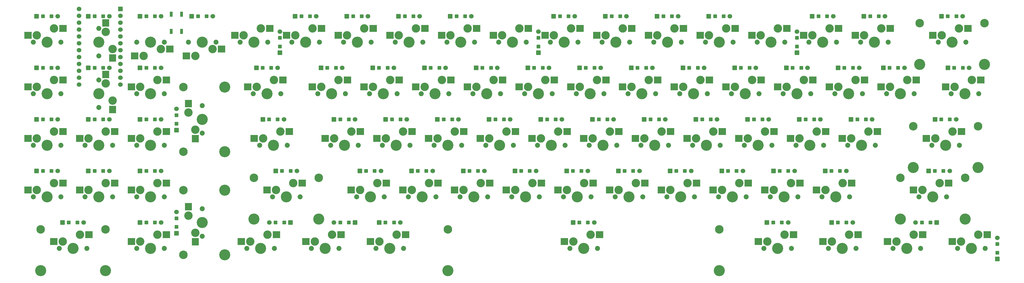
<source format=gbs>
G04 #@! TF.GenerationSoftware,KiCad,Pcbnew,5.99.0-unknown-4f191ce2c7~125~ubuntu18.04.1*
G04 #@! TF.CreationDate,2021-04-25T15:12:41-05:00*
G04 #@! TF.ProjectId,southpawpcb,736f7574-6870-4617-9770-63622e6b6963,rev?*
G04 #@! TF.SameCoordinates,Original*
G04 #@! TF.FileFunction,Soldermask,Bot*
G04 #@! TF.FilePolarity,Negative*
%FSLAX46Y46*%
G04 Gerber Fmt 4.6, Leading zero omitted, Abs format (unit mm)*
G04 Created by KiCad (PCBNEW 5.99.0-unknown-4f191ce2c7~125~ubuntu18.04.1) date 2021-04-25 15:12:41*
%MOMM*%
%LPD*%
G01*
G04 APERTURE LIST*
G04 Aperture macros list*
%AMRoundRect*
0 Rectangle with rounded corners*
0 $1 Rounding radius*
0 $2 $3 $4 $5 $6 $7 $8 $9 X,Y pos of 4 corners*
0 Add a 4 corners polygon primitive as box body*
4,1,4,$2,$3,$4,$5,$6,$7,$8,$9,$2,$3,0*
0 Add four circle primitives for the rounded corners*
1,1,$1+$1,$2,$3*
1,1,$1+$1,$4,$5*
1,1,$1+$1,$6,$7*
1,1,$1+$1,$8,$9*
0 Add four rect primitives between the rounded corners*
20,1,$1+$1,$2,$3,$4,$5,0*
20,1,$1+$1,$4,$5,$6,$7,0*
20,1,$1+$1,$6,$7,$8,$9,0*
20,1,$1+$1,$8,$9,$2,$3,0*%
G04 Aperture macros list end*
%ADD10C,4.087800*%
%ADD11C,3.100000*%
%ADD12C,1.850000*%
%ADD13RoundRect,0.050000X-1.275000X-1.250000X1.275000X-1.250000X1.275000X1.250000X-1.275000X1.250000X0*%
%ADD14C,3.148000*%
%ADD15RoundRect,0.050000X-1.250000X1.275000X-1.250000X-1.275000X1.250000X-1.275000X1.250000X1.275000X0*%
%ADD16RoundRect,0.050000X1.275000X1.250000X-1.275000X1.250000X-1.275000X-1.250000X1.275000X-1.250000X0*%
%ADD17RoundRect,0.050000X1.250000X-1.275000X1.250000X1.275000X-1.250000X1.275000X-1.250000X-1.275000X0*%
%ADD18RoundRect,0.050000X-0.800000X-0.800000X0.800000X-0.800000X0.800000X0.800000X-0.800000X0.800000X0*%
%ADD19RoundRect,0.050000X-0.600000X-0.600000X0.600000X-0.600000X0.600000X0.600000X-0.600000X0.600000X0*%
%ADD20C,1.700000*%
%ADD21RoundRect,0.050000X0.800000X-0.800000X0.800000X0.800000X-0.800000X0.800000X-0.800000X-0.800000X0*%
%ADD22RoundRect,0.050000X0.600000X-0.600000X0.600000X0.600000X-0.600000X0.600000X-0.600000X-0.600000X0*%
%ADD23RoundRect,0.050000X0.500000X-0.850000X0.500000X0.850000X-0.500000X0.850000X-0.500000X-0.850000X0*%
%ADD24RoundRect,0.050000X0.800000X0.800000X-0.800000X0.800000X-0.800000X-0.800000X0.800000X-0.800000X0*%
%ADD25RoundRect,0.050000X0.600000X0.600000X-0.600000X0.600000X-0.600000X-0.600000X0.600000X-0.600000X0*%
%ADD26RoundRect,0.050000X-0.800000X0.800000X-0.800000X-0.800000X0.800000X-0.800000X0.800000X0.800000X0*%
G04 APERTURE END LIST*
D10*
G04 #@! TO.C,K1*
X23856200Y11200000D03*
D11*
X20046200Y13740000D03*
D12*
X28936200Y11200000D03*
D11*
X26396200Y16280000D03*
D12*
X18776200Y11200000D03*
D13*
X16771200Y13740000D03*
X29698200Y16280000D03*
G04 #@! TD*
D12*
G04 #@! TO.C,K24*
X133711000Y-7850000D03*
D11*
X124821000Y-5310000D03*
D12*
X123551000Y-7850000D03*
D10*
X128631000Y-7850000D03*
D11*
X131171000Y-2770000D03*
D13*
X121546000Y-5310000D03*
X134473000Y-2770000D03*
G04 #@! TD*
D12*
G04 #@! TO.C,K19*
X18776200Y-7850000D03*
D11*
X26396200Y-2770000D03*
X20046200Y-5310000D03*
D12*
X28936200Y-7850000D03*
D10*
X23856200Y-7850000D03*
D13*
X16771200Y-5310000D03*
X29698200Y-2770000D03*
G04 #@! TD*
D14*
G04 #@! TO.C,K18*
X345293000Y18185000D03*
D12*
X362311000Y11200000D03*
D14*
X369169000Y18185000D03*
D10*
X369169000Y2945000D03*
X357231000Y11200000D03*
X345293000Y2945000D03*
D11*
X353421000Y13740000D03*
X359771000Y16280000D03*
D12*
X352151000Y11200000D03*
D13*
X350146000Y13740000D03*
X363073000Y16280000D03*
G04 #@! TD*
D12*
G04 #@! TO.C,K33*
X295001000Y-7850000D03*
D11*
X296271000Y-5310000D03*
X302621000Y-2770000D03*
D12*
X305161000Y-7850000D03*
D10*
X300081000Y-7850000D03*
D13*
X292996000Y-5310000D03*
X305923000Y-2770000D03*
G04 #@! TD*
D10*
G04 #@! TO.C,K47*
X247693000Y-26900000D03*
D11*
X250233000Y-21820000D03*
D12*
X242613000Y-26900000D03*
D11*
X243883000Y-24360000D03*
D12*
X252773000Y-26900000D03*
D13*
X240608000Y-24360000D03*
X253535000Y-21820000D03*
G04 #@! TD*
D10*
G04 #@! TO.C,K17*
X328656000Y11200000D03*
D11*
X324846000Y13740000D03*
D12*
X333736000Y11200000D03*
X323576000Y11200000D03*
D11*
X331196000Y16280000D03*
D13*
X321571000Y13740000D03*
X334498000Y16280000D03*
G04 #@! TD*
D12*
G04 #@! TO.C,K34*
X314051000Y-7850000D03*
D10*
X319131000Y-7850000D03*
D12*
X324211000Y-7850000D03*
D11*
X321671000Y-2770000D03*
X315321000Y-5310000D03*
D13*
X312046000Y-5310000D03*
X324973000Y-2770000D03*
G04 #@! TD*
D10*
G04 #@! TO.C,K78*
X364375000Y-65000000D03*
D11*
X360565000Y-62460000D03*
D12*
X369455000Y-65000000D03*
D11*
X366915000Y-59920000D03*
D12*
X359295000Y-65000000D03*
D13*
X357290000Y-62460000D03*
X370217000Y-59920000D03*
G04 #@! TD*
D11*
G04 #@! TO.C,K45*
X212133000Y-21820000D03*
D10*
X209593000Y-26900000D03*
D12*
X204513000Y-26900000D03*
D11*
X205783000Y-24360000D03*
D12*
X214673000Y-26900000D03*
D13*
X202508000Y-24360000D03*
X215435000Y-21820000D03*
G04 #@! TD*
D12*
G04 #@! TO.C,K32*
X286111000Y-7850000D03*
D11*
X277221000Y-5310000D03*
X283571000Y-2770000D03*
D12*
X275951000Y-7850000D03*
D10*
X281031000Y-7850000D03*
D13*
X273946000Y-5310000D03*
X286873000Y-2770000D03*
G04 #@! TD*
D12*
G04 #@! TO.C,K13*
X257536000Y11200000D03*
X247376000Y11200000D03*
D11*
X254996000Y16280000D03*
X248646000Y13740000D03*
D10*
X252456000Y11200000D03*
D13*
X245371000Y13740000D03*
X258298000Y16280000D03*
G04 #@! TD*
D11*
G04 #@! TO.C,K66*
X291509000Y-43410000D03*
D12*
X300399000Y-45950000D03*
X290239000Y-45950000D03*
D11*
X297859000Y-40870000D03*
D10*
X295319000Y-45950000D03*
D13*
X288234000Y-43410000D03*
X301161000Y-40870000D03*
G04 #@! TD*
D10*
G04 #@! TO.C,K75*
X292937000Y-65000000D03*
D11*
X289127000Y-62460000D03*
D12*
X298017000Y-65000000D03*
D11*
X295477000Y-59920000D03*
D12*
X287857000Y-65000000D03*
D13*
X285852000Y-62460000D03*
X298779000Y-59920000D03*
G04 #@! TD*
D12*
G04 #@! TO.C,K23*
X109899000Y-7850000D03*
D11*
X107359000Y-2770000D03*
D10*
X104819000Y-7850000D03*
D11*
X101009000Y-5310000D03*
D12*
X99739000Y-7850000D03*
D13*
X97734000Y-5310000D03*
X110661000Y-2770000D03*
G04 #@! TD*
D11*
G04 #@! TO.C,K7*
X134346000Y13740000D03*
D12*
X143236000Y11200000D03*
X133076000Y11200000D03*
D10*
X138156000Y11200000D03*
D11*
X140696000Y16280000D03*
D13*
X131071000Y13740000D03*
X143998000Y16280000D03*
G04 #@! TD*
D12*
G04 #@! TO.C,K2*
X42906200Y6120000D03*
D11*
X47986200Y8660000D03*
X45446200Y15010000D03*
D12*
X42906200Y16280000D03*
D10*
X42906200Y11200000D03*
D15*
X45446200Y18285000D03*
X47986200Y5358000D03*
G04 #@! TD*
D12*
G04 #@! TO.C,K4*
X86086200Y11200000D03*
X75926200Y11200000D03*
D11*
X78466200Y6120000D03*
D10*
X81006200Y11200000D03*
D11*
X84816200Y8660000D03*
D16*
X88091200Y8660000D03*
X75164200Y6120000D03*
G04 #@! TD*
D12*
G04 #@! TO.C,K3*
X56876200Y11200000D03*
X67036200Y11200000D03*
D10*
X61956200Y11200000D03*
D11*
X59416200Y6120000D03*
X65766200Y8660000D03*
D16*
X69041200Y8660000D03*
X56114200Y6120000D03*
G04 #@! TD*
D12*
G04 #@! TO.C,K21*
X56876200Y-7850000D03*
D11*
X64496200Y-2770000D03*
D12*
X67036200Y-7850000D03*
D10*
X61956200Y-7850000D03*
D11*
X58146200Y-5310000D03*
D13*
X54871200Y-5310000D03*
X67798200Y-2770000D03*
G04 #@! TD*
D12*
G04 #@! TO.C,K74*
X216420000Y-65000000D03*
D10*
X221500000Y-65000000D03*
D14*
X271499900Y-58015000D03*
X171500100Y-58015000D03*
D10*
X271499900Y-73255000D03*
D11*
X224040000Y-59920000D03*
D10*
X171500100Y-73255000D03*
D12*
X226580000Y-65000000D03*
D11*
X217690000Y-62460000D03*
D13*
X214415000Y-62460000D03*
X227342000Y-59920000D03*
G04 #@! TD*
D12*
G04 #@! TO.C,K29*
X218801000Y-7850000D03*
D11*
X226421000Y-2770000D03*
D12*
X228961000Y-7850000D03*
D11*
X220071000Y-5310000D03*
D10*
X223881000Y-7850000D03*
D13*
X216796000Y-5310000D03*
X229723000Y-2770000D03*
G04 #@! TD*
D11*
G04 #@! TO.C,K44*
X193083000Y-21820000D03*
D12*
X185463000Y-26900000D03*
D11*
X186733000Y-24360000D03*
D10*
X190543000Y-26900000D03*
D12*
X195623000Y-26900000D03*
D13*
X183458000Y-24360000D03*
X196385000Y-21820000D03*
G04 #@! TD*
D12*
G04 #@! TO.C,K20*
X42906200Y-12930000D03*
D11*
X47986200Y-10390000D03*
D10*
X42906200Y-7850000D03*
D12*
X42906200Y-2770000D03*
D11*
X45446200Y-4040000D03*
D15*
X45446200Y-765000D03*
X47986200Y-13692000D03*
G04 #@! TD*
D10*
G04 #@! TO.C,K42*
X152443000Y-26900000D03*
D12*
X157523000Y-26900000D03*
X147363000Y-26900000D03*
D11*
X148633000Y-24360000D03*
X154983000Y-21820000D03*
D13*
X145358000Y-24360000D03*
X158285000Y-21820000D03*
G04 #@! TD*
D10*
G04 #@! TO.C,K76*
X316750000Y-65000000D03*
D11*
X312940000Y-62460000D03*
X319290000Y-59920000D03*
D12*
X311670000Y-65000000D03*
X321830000Y-65000000D03*
D13*
X309665000Y-62460000D03*
X322592000Y-59920000D03*
G04 #@! TD*
D10*
G04 #@! TO.C,K53*
X23856200Y-45950000D03*
D11*
X20046200Y-43410000D03*
D12*
X18776200Y-45950000D03*
D11*
X26396200Y-40870000D03*
D12*
X28936200Y-45950000D03*
D13*
X16771200Y-43410000D03*
X29698200Y-40870000D03*
G04 #@! TD*
D11*
G04 #@! TO.C,K48*
X269283000Y-21820000D03*
D12*
X271823000Y-26900000D03*
D11*
X262933000Y-24360000D03*
D10*
X266743000Y-26900000D03*
D12*
X261663000Y-26900000D03*
D13*
X259658000Y-24360000D03*
X272585000Y-21820000D03*
G04 #@! TD*
D11*
G04 #@! TO.C,K61*
X196259000Y-43410000D03*
D12*
X194989000Y-45950000D03*
D10*
X200069000Y-45950000D03*
D11*
X202609000Y-40870000D03*
D12*
X205149000Y-45950000D03*
D13*
X192984000Y-43410000D03*
X205911000Y-40870000D03*
G04 #@! TD*
D12*
G04 #@! TO.C,K12*
X228326000Y11200000D03*
D11*
X235946000Y16280000D03*
X229596000Y13740000D03*
D12*
X238486000Y11200000D03*
D10*
X233406000Y11200000D03*
D13*
X226321000Y13740000D03*
X239248000Y16280000D03*
G04 #@! TD*
D12*
G04 #@! TO.C,K39*
X67036200Y-26900000D03*
D10*
X61956200Y-26900000D03*
D12*
X56876200Y-26900000D03*
D11*
X58146200Y-24360000D03*
X64496200Y-21820000D03*
D13*
X54871200Y-24360000D03*
X67798200Y-21820000D03*
G04 #@! TD*
D14*
G04 #@! TO.C,K56*
X74021200Y-67413000D03*
D12*
X81006200Y-60555000D03*
X81006200Y-50395000D03*
D14*
X74021200Y-43537000D03*
D10*
X81006200Y-55475000D03*
D11*
X75926200Y-52935000D03*
D10*
X89261200Y-43537000D03*
D11*
X78466200Y-59285000D03*
D10*
X89261200Y-67413000D03*
D17*
X78466200Y-62560000D03*
X75926200Y-49633000D03*
G04 #@! TD*
D12*
G04 #@! TO.C,K50*
X309923000Y-26900000D03*
D10*
X304843000Y-26900000D03*
D11*
X307383000Y-21820000D03*
X301033000Y-24360000D03*
D12*
X299763000Y-26900000D03*
D13*
X297758000Y-24360000D03*
X310685000Y-21820000D03*
G04 #@! TD*
D11*
G04 #@! TO.C,K55*
X58146200Y-43410000D03*
D12*
X56876200Y-45950000D03*
X67036200Y-45950000D03*
D11*
X64496200Y-40870000D03*
D10*
X61956200Y-45950000D03*
D13*
X54871200Y-43410000D03*
X67798200Y-40870000D03*
G04 #@! TD*
G04 #@! TO.C,K52*
X360692000Y-21820000D03*
X347765000Y-24360000D03*
D11*
X351040000Y-24360000D03*
D10*
X342912000Y-35155000D03*
X354850000Y-26900000D03*
D12*
X359930000Y-26900000D03*
D14*
X366788000Y-19915000D03*
D10*
X366788000Y-35155000D03*
D11*
X357390000Y-21820000D03*
D14*
X342912000Y-19915000D03*
D12*
X349770000Y-26900000D03*
G04 #@! TD*
D11*
G04 #@! TO.C,K38*
X39096200Y-24360000D03*
D12*
X37826200Y-26900000D03*
D11*
X45446200Y-21820000D03*
D12*
X47986200Y-26900000D03*
D10*
X42906200Y-26900000D03*
D13*
X35821200Y-24360000D03*
X48748200Y-21820000D03*
G04 #@! TD*
D12*
G04 #@! TO.C,K58*
X137839000Y-45950000D03*
D10*
X142919000Y-45950000D03*
D12*
X147999000Y-45950000D03*
D11*
X145459000Y-40870000D03*
X139109000Y-43410000D03*
D13*
X135834000Y-43410000D03*
X148761000Y-40870000D03*
G04 #@! TD*
D11*
G04 #@! TO.C,K60*
X177209000Y-43410000D03*
D12*
X175939000Y-45950000D03*
D11*
X183559000Y-40870000D03*
D12*
X186099000Y-45950000D03*
D10*
X181019000Y-45950000D03*
D13*
X173934000Y-43410000D03*
X186861000Y-40870000D03*
G04 #@! TD*
D11*
G04 #@! TO.C,K62*
X221659000Y-40870000D03*
D12*
X224199000Y-45950000D03*
X214039000Y-45950000D03*
D10*
X219119000Y-45950000D03*
D11*
X215309000Y-43410000D03*
D13*
X212034000Y-43410000D03*
X224961000Y-40870000D03*
G04 #@! TD*
D11*
G04 #@! TO.C,K10*
X191496000Y13740000D03*
X197846000Y16280000D03*
D10*
X195306000Y11200000D03*
D12*
X200386000Y11200000D03*
X190226000Y11200000D03*
D13*
X188221000Y13740000D03*
X201148000Y16280000D03*
G04 #@! TD*
D11*
G04 #@! TO.C,K14*
X274046000Y16280000D03*
D12*
X276586000Y11200000D03*
X266426000Y11200000D03*
D10*
X271506000Y11200000D03*
D11*
X267696000Y13740000D03*
D13*
X264421000Y13740000D03*
X277348000Y16280000D03*
G04 #@! TD*
D12*
G04 #@! TO.C,K11*
X209276000Y11200000D03*
D11*
X216896000Y16280000D03*
X210546000Y13740000D03*
D10*
X214356000Y11200000D03*
D12*
X219436000Y11200000D03*
D13*
X207271000Y13740000D03*
X220198000Y16280000D03*
G04 #@! TD*
D12*
G04 #@! TO.C,K51*
X318813000Y-26900000D03*
D11*
X320083000Y-24360000D03*
D12*
X328973000Y-26900000D03*
D10*
X323893000Y-26900000D03*
D11*
X326433000Y-21820000D03*
D13*
X316808000Y-24360000D03*
X329735000Y-21820000D03*
G04 #@! TD*
D10*
G04 #@! TO.C,K57*
X123900000Y-54205000D03*
X100024000Y-54205000D03*
D11*
X108152000Y-43410000D03*
D14*
X100024000Y-38965000D03*
D10*
X111962000Y-45950000D03*
D12*
X117042000Y-45950000D03*
D14*
X123900000Y-38965000D03*
D12*
X106882000Y-45950000D03*
D11*
X114502000Y-40870000D03*
D13*
X104877000Y-43410000D03*
X117804000Y-40870000D03*
G04 #@! TD*
D12*
G04 #@! TO.C,K54*
X47986200Y-45950000D03*
D11*
X39096200Y-43410000D03*
X45446200Y-40870000D03*
D10*
X42906200Y-45950000D03*
D12*
X37826200Y-45950000D03*
D13*
X35821200Y-43410000D03*
X48748200Y-40870000D03*
G04 #@! TD*
D11*
G04 #@! TO.C,K9*
X172446000Y13740000D03*
D12*
X181336000Y11200000D03*
X171176000Y11200000D03*
D10*
X176256000Y11200000D03*
D11*
X178796000Y16280000D03*
D13*
X169171000Y13740000D03*
X182098000Y16280000D03*
G04 #@! TD*
D12*
G04 #@! TO.C,K36*
X367073000Y-7850000D03*
X356913000Y-7850000D03*
D11*
X364533000Y-2770000D03*
X358183000Y-5310000D03*
D10*
X361993000Y-7850000D03*
D13*
X354908000Y-5310000D03*
X367835000Y-2770000D03*
G04 #@! TD*
D11*
G04 #@! TO.C,K37*
X26396200Y-21820000D03*
D10*
X23856200Y-26900000D03*
D11*
X20046200Y-24360000D03*
D12*
X28936200Y-26900000D03*
X18776200Y-26900000D03*
D13*
X16771200Y-24360000D03*
X29698200Y-21820000D03*
G04 #@! TD*
D11*
G04 #@! TO.C,K16*
X305796000Y13740000D03*
D10*
X309606000Y11200000D03*
D12*
X304526000Y11200000D03*
D11*
X312146000Y16280000D03*
D12*
X314686000Y11200000D03*
D13*
X302521000Y13740000D03*
X315448000Y16280000D03*
G04 #@! TD*
D14*
G04 #@! TO.C,K22*
X74021200Y-5437000D03*
D12*
X81006200Y-12295000D03*
D14*
X74021200Y-29313000D03*
D12*
X81006200Y-22455000D03*
D10*
X89261200Y-29313000D03*
X89261200Y-5437000D03*
D11*
X75926200Y-14835000D03*
D10*
X81006200Y-17375000D03*
D11*
X78466200Y-21185000D03*
D17*
X78466200Y-24460000D03*
X75926200Y-11533000D03*
G04 #@! TD*
D11*
G04 #@! TO.C,K15*
X286746000Y13740000D03*
D12*
X285476000Y11200000D03*
D10*
X290556000Y11200000D03*
D11*
X293096000Y16280000D03*
D12*
X295636000Y11200000D03*
D13*
X283471000Y13740000D03*
X296398000Y16280000D03*
G04 #@! TD*
D10*
G04 #@! TO.C,K72*
X126250000Y-65000000D03*
D12*
X121170000Y-65000000D03*
D11*
X122440000Y-62460000D03*
X128790000Y-59920000D03*
D12*
X131330000Y-65000000D03*
D13*
X119165000Y-62460000D03*
X132092000Y-59920000D03*
G04 #@! TD*
D12*
G04 #@! TO.C,K49*
X290873000Y-26900000D03*
X280713000Y-26900000D03*
D10*
X285793000Y-26900000D03*
D11*
X281983000Y-24360000D03*
X288333000Y-21820000D03*
D13*
X278708000Y-24360000D03*
X291635000Y-21820000D03*
G04 #@! TD*
D11*
G04 #@! TO.C,K73*
X152602000Y-59920000D03*
D12*
X155142000Y-65000000D03*
D11*
X146252000Y-62460000D03*
D12*
X144982000Y-65000000D03*
D10*
X150062000Y-65000000D03*
D13*
X142977000Y-62460000D03*
X155904000Y-59920000D03*
G04 #@! TD*
D11*
G04 #@! TO.C,K43*
X167683000Y-24360000D03*
D12*
X166413000Y-26900000D03*
D11*
X174033000Y-21820000D03*
D12*
X176573000Y-26900000D03*
D10*
X171493000Y-26900000D03*
D13*
X164408000Y-24360000D03*
X177335000Y-21820000D03*
G04 #@! TD*
D12*
G04 #@! TO.C,K41*
X138473000Y-26900000D03*
D11*
X135933000Y-21820000D03*
D10*
X133393000Y-26900000D03*
D12*
X128313000Y-26900000D03*
D11*
X129583000Y-24360000D03*
D13*
X126308000Y-24360000D03*
X139235000Y-21820000D03*
G04 #@! TD*
D12*
G04 #@! TO.C,K63*
X243249000Y-45950000D03*
D11*
X234359000Y-43410000D03*
D10*
X238169000Y-45950000D03*
D11*
X240709000Y-40870000D03*
D12*
X233089000Y-45950000D03*
D13*
X231084000Y-43410000D03*
X244011000Y-40870000D03*
G04 #@! TD*
D11*
G04 #@! TO.C,K40*
X103390000Y-24360000D03*
X109740000Y-21820000D03*
D12*
X112280000Y-26900000D03*
D10*
X107200000Y-26900000D03*
D12*
X102120000Y-26900000D03*
D13*
X100115000Y-24360000D03*
X113042000Y-21820000D03*
G04 #@! TD*
D12*
G04 #@! TO.C,K31*
X256901000Y-7850000D03*
D10*
X261981000Y-7850000D03*
D12*
X267061000Y-7850000D03*
D11*
X258171000Y-5310000D03*
X264521000Y-2770000D03*
D13*
X254896000Y-5310000D03*
X267823000Y-2770000D03*
G04 #@! TD*
D12*
G04 #@! TO.C,K35*
X333101000Y-7850000D03*
D11*
X340721000Y-2770000D03*
X334371000Y-5310000D03*
D12*
X343261000Y-7850000D03*
D10*
X338181000Y-7850000D03*
D13*
X331096000Y-5310000D03*
X344023000Y-2770000D03*
G04 #@! TD*
D12*
G04 #@! TO.C,K30*
X237851000Y-7850000D03*
D11*
X239121000Y-5310000D03*
D10*
X242931000Y-7850000D03*
D11*
X245471000Y-2770000D03*
D12*
X248011000Y-7850000D03*
D13*
X235846000Y-5310000D03*
X248773000Y-2770000D03*
G04 #@! TD*
D12*
G04 #@! TO.C,K6*
X114026000Y11200000D03*
D11*
X121646000Y16280000D03*
D10*
X119106000Y11200000D03*
D11*
X115296000Y13740000D03*
D12*
X124186000Y11200000D03*
D13*
X112021000Y13740000D03*
X124948000Y16280000D03*
G04 #@! TD*
D11*
G04 #@! TO.C,K26*
X169271000Y-2770000D03*
D10*
X166731000Y-7850000D03*
D12*
X161651000Y-7850000D03*
X171811000Y-7850000D03*
D11*
X162921000Y-5310000D03*
D13*
X159646000Y-5310000D03*
X172573000Y-2770000D03*
G04 #@! TD*
D11*
G04 #@! TO.C,K67*
X316909000Y-40870000D03*
X310559000Y-43410000D03*
D12*
X309289000Y-45950000D03*
D10*
X314369000Y-45950000D03*
D12*
X319449000Y-45950000D03*
D13*
X307284000Y-43410000D03*
X320211000Y-40870000D03*
G04 #@! TD*
D14*
G04 #@! TO.C,K68*
X362025000Y-38965000D03*
D10*
X350087000Y-45950000D03*
X362025000Y-54205000D03*
D11*
X352627000Y-40870000D03*
D12*
X355167000Y-45950000D03*
D10*
X338149000Y-54205000D03*
D11*
X346277000Y-43410000D03*
D12*
X345007000Y-45950000D03*
D14*
X338149000Y-38965000D03*
D13*
X343002000Y-43410000D03*
X355929000Y-40870000D03*
G04 #@! TD*
D12*
G04 #@! TO.C,K70*
X56876200Y-65000000D03*
X67036200Y-65000000D03*
D11*
X58146200Y-62460000D03*
X64496200Y-59920000D03*
D10*
X61956200Y-65000000D03*
D13*
X54871200Y-62460000D03*
X67798200Y-59920000D03*
G04 #@! TD*
D11*
G04 #@! TO.C,K71*
X98627000Y-62460000D03*
D12*
X97357000Y-65000000D03*
D10*
X102437000Y-65000000D03*
D12*
X107517000Y-65000000D03*
D11*
X104977000Y-59920000D03*
D13*
X95352000Y-62460000D03*
X108279000Y-59920000D03*
G04 #@! TD*
D12*
G04 #@! TO.C,K64*
X252139000Y-45950000D03*
D10*
X257219000Y-45950000D03*
D11*
X259759000Y-40870000D03*
D12*
X262299000Y-45950000D03*
D11*
X253409000Y-43410000D03*
D13*
X250134000Y-43410000D03*
X263061000Y-40870000D03*
G04 #@! TD*
D12*
G04 #@! TO.C,K5*
X94976000Y11200000D03*
D11*
X102596000Y16280000D03*
D12*
X105136000Y11200000D03*
D11*
X96246000Y13740000D03*
D10*
X100056000Y11200000D03*
D13*
X92971000Y13740000D03*
X105898000Y16280000D03*
G04 #@! TD*
D10*
G04 #@! TO.C,K27*
X185781000Y-7850000D03*
D11*
X181971000Y-5310000D03*
D12*
X180701000Y-7850000D03*
D11*
X188321000Y-2770000D03*
D12*
X190861000Y-7850000D03*
D13*
X178696000Y-5310000D03*
X191623000Y-2770000D03*
G04 #@! TD*
D10*
G04 #@! TO.C,K28*
X204831000Y-7850000D03*
D12*
X199751000Y-7850000D03*
D11*
X207371000Y-2770000D03*
D12*
X209911000Y-7850000D03*
D11*
X201021000Y-5310000D03*
D13*
X197746000Y-5310000D03*
X210673000Y-2770000D03*
G04 #@! TD*
D12*
G04 #@! TO.C,K8*
X162286000Y11200000D03*
X152126000Y11200000D03*
D11*
X159746000Y16280000D03*
D10*
X157206000Y11200000D03*
D11*
X153396000Y13740000D03*
D13*
X150121000Y13740000D03*
X163048000Y16280000D03*
G04 #@! TD*
D12*
G04 #@! TO.C,K25*
X142601000Y-7850000D03*
X152761000Y-7850000D03*
D11*
X143871000Y-5310000D03*
X150221000Y-2770000D03*
D10*
X147681000Y-7850000D03*
D13*
X140596000Y-5310000D03*
X153523000Y-2770000D03*
G04 #@! TD*
D11*
G04 #@! TO.C,K59*
X164509000Y-40870000D03*
D10*
X161969000Y-45950000D03*
D11*
X158159000Y-43410000D03*
D12*
X156889000Y-45950000D03*
X167049000Y-45950000D03*
D13*
X154884000Y-43410000D03*
X167811000Y-40870000D03*
G04 #@! TD*
D10*
G04 #@! TO.C,K77*
X340562000Y-65000000D03*
D12*
X345642000Y-65000000D03*
D11*
X336752000Y-62460000D03*
D12*
X335482000Y-65000000D03*
D11*
X343102000Y-59920000D03*
D13*
X333477000Y-62460000D03*
X346404000Y-59920000D03*
G04 #@! TD*
D11*
G04 #@! TO.C,K69*
X29571200Y-62460000D03*
D12*
X38461200Y-65000000D03*
D10*
X45319200Y-73255000D03*
X21443200Y-73255000D03*
X33381200Y-65000000D03*
D14*
X45319200Y-58015000D03*
D11*
X35921200Y-59920000D03*
D12*
X28301200Y-65000000D03*
D14*
X21443200Y-58015000D03*
D13*
X26296200Y-62460000D03*
X39223200Y-59920000D03*
G04 #@! TD*
D11*
G04 #@! TO.C,K65*
X272459000Y-43410000D03*
D10*
X276269000Y-45950000D03*
D11*
X278809000Y-40870000D03*
D12*
X281349000Y-45950000D03*
X271189000Y-45950000D03*
D13*
X269184000Y-43410000D03*
X282111000Y-40870000D03*
G04 #@! TD*
D12*
G04 #@! TO.C,K46*
X233723000Y-26900000D03*
D10*
X228643000Y-26900000D03*
D12*
X223563000Y-26900000D03*
D11*
X231183000Y-21820000D03*
X224833000Y-24360000D03*
D13*
X221558000Y-24360000D03*
X234485000Y-21820000D03*
G04 #@! TD*
D18*
G04 #@! TO.C,D27*
X181881000Y1675000D03*
D19*
X184206000Y1675000D03*
D20*
X189681000Y1675000D03*
D19*
X187356000Y1675000D03*
G04 #@! TD*
D18*
G04 #@! TO.C,D1*
X19956200Y20725000D03*
D19*
X22281200Y20725000D03*
X25431200Y20725000D03*
D20*
X27756200Y20725000D03*
G04 #@! TD*
D18*
G04 #@! TO.C,D41*
X129493000Y-17375000D03*
D19*
X131818000Y-17375000D03*
D20*
X137293000Y-17375000D03*
D19*
X134968000Y-17375000D03*
G04 #@! TD*
G04 #@! TO.C,D59*
X160394000Y-36425000D03*
D18*
X158069000Y-36425000D03*
D19*
X163544000Y-36425000D03*
D20*
X165869000Y-36425000D03*
G04 #@! TD*
D19*
G04 #@! TO.C,D24*
X127056000Y1675000D03*
D18*
X124731000Y1675000D03*
D19*
X130206000Y1675000D03*
D20*
X132531000Y1675000D03*
G04 #@! TD*
D19*
G04 #@! TO.C,D35*
X334225000Y1675000D03*
D18*
X331900000Y1675000D03*
D19*
X337375000Y1675000D03*
D20*
X339700000Y1675000D03*
G04 #@! TD*
D18*
G04 #@! TO.C,D30*
X239031000Y1675000D03*
D19*
X241356000Y1675000D03*
D20*
X246831000Y1675000D03*
D19*
X244506000Y1675000D03*
G04 #@! TD*
D18*
G04 #@! TO.C,D33*
X296181000Y1675000D03*
D19*
X298506000Y1675000D03*
D20*
X303981000Y1675000D03*
D19*
X301656000Y1675000D03*
G04 #@! TD*
D18*
G04 #@! TO.C,D73*
X146162000Y-55475000D03*
D19*
X148487000Y-55475000D03*
X151637000Y-55475000D03*
D20*
X153962000Y-55475000D03*
G04 #@! TD*
D19*
G04 #@! TO.C,D43*
X169918000Y-17375000D03*
D18*
X167593000Y-17375000D03*
D19*
X173068000Y-17375000D03*
D20*
X175393000Y-17375000D03*
G04 #@! TD*
D21*
G04 #@! TO.C,D5*
X109581000Y7300000D03*
D22*
X109581000Y9625000D03*
D20*
X109581000Y15100000D03*
D22*
X109581000Y12775000D03*
G04 #@! TD*
D19*
G04 #@! TO.C,D55*
X60381200Y-36425000D03*
D18*
X58056200Y-36425000D03*
D20*
X65856200Y-36425000D03*
D19*
X63531200Y-36425000D03*
G04 #@! TD*
D18*
G04 #@! TO.C,D29*
X219981000Y1675000D03*
D19*
X222306000Y1675000D03*
D20*
X227781000Y1675000D03*
D19*
X225456000Y1675000D03*
G04 #@! TD*
D18*
G04 #@! TO.C,D63*
X234269000Y-36425000D03*
D19*
X236594000Y-36425000D03*
X239744000Y-36425000D03*
D20*
X242069000Y-36425000D03*
G04 #@! TD*
D19*
G04 #@! TO.C,D11*
X212781000Y20725000D03*
D18*
X210456000Y20725000D03*
D20*
X218256000Y20725000D03*
D19*
X215931000Y20725000D03*
G04 #@! TD*
D18*
G04 #@! TO.C,D51*
X319993000Y-17375000D03*
D19*
X322318000Y-17375000D03*
D20*
X327793000Y-17375000D03*
D19*
X325468000Y-17375000D03*
G04 #@! TD*
D18*
G04 #@! TO.C,D46*
X224743000Y-17375000D03*
D19*
X227068000Y-17375000D03*
X230218000Y-17375000D03*
D20*
X232543000Y-17375000D03*
G04 #@! TD*
D18*
G04 #@! TO.C,D44*
X186643000Y-17375000D03*
D19*
X188968000Y-17375000D03*
X192118000Y-17375000D03*
D20*
X194443000Y-17375000D03*
G04 #@! TD*
D18*
G04 #@! TO.C,D6*
X115206000Y20725000D03*
D19*
X117531000Y20725000D03*
D20*
X123006000Y20725000D03*
D19*
X120681000Y20725000D03*
G04 #@! TD*
G04 #@! TO.C,D66*
X293744000Y-36425000D03*
D18*
X291419000Y-36425000D03*
D19*
X296894000Y-36425000D03*
D20*
X299219000Y-36425000D03*
G04 #@! TD*
D18*
G04 #@! TO.C,D13*
X248556000Y20725000D03*
D19*
X250881000Y20725000D03*
X254031000Y20725000D03*
D20*
X256356000Y20725000D03*
G04 #@! TD*
D18*
G04 #@! TO.C,D28*
X200931000Y1675000D03*
D19*
X203256000Y1675000D03*
D20*
X208731000Y1675000D03*
D19*
X206406000Y1675000D03*
G04 #@! TD*
G04 #@! TO.C,D8*
X155631000Y20725000D03*
D18*
X153306000Y20725000D03*
D19*
X158781000Y20725000D03*
D20*
X161106000Y20725000D03*
G04 #@! TD*
D19*
G04 #@! TO.C,D75*
X291362000Y-55475000D03*
D18*
X289037000Y-55475000D03*
D20*
X296837000Y-55475000D03*
D19*
X294512000Y-55475000D03*
G04 #@! TD*
D18*
G04 #@! TO.C,D70*
X58056200Y-55475000D03*
D19*
X60381200Y-55475000D03*
X63531200Y-55475000D03*
D20*
X65856200Y-55475000D03*
G04 #@! TD*
D18*
G04 #@! TO.C,D49*
X281893000Y-17375000D03*
D19*
X284218000Y-17375000D03*
X287368000Y-17375000D03*
D20*
X289693000Y-17375000D03*
G04 #@! TD*
D19*
G04 #@! TO.C,D76*
X315175000Y-55475000D03*
D18*
X312850000Y-55475000D03*
D19*
X318325000Y-55475000D03*
D20*
X320650000Y-55475000D03*
G04 #@! TD*
D19*
G04 #@! TO.C,D74*
X219925000Y-55475000D03*
D18*
X217600000Y-55475000D03*
D20*
X225400000Y-55475000D03*
D19*
X223075000Y-55475000D03*
G04 #@! TD*
G04 #@! TO.C,D64*
X255644000Y-36425000D03*
D18*
X253319000Y-36425000D03*
D20*
X261119000Y-36425000D03*
D19*
X258794000Y-36425000D03*
G04 #@! TD*
G04 #@! TO.C,D9*
X174681000Y20725000D03*
D18*
X172356000Y20725000D03*
D20*
X180156000Y20725000D03*
D19*
X177831000Y20725000D03*
G04 #@! TD*
D18*
G04 #@! TO.C,D31*
X258081000Y1675000D03*
D19*
X260406000Y1675000D03*
X263556000Y1675000D03*
D20*
X265881000Y1675000D03*
G04 #@! TD*
D19*
G04 #@! TO.C,D32*
X279456000Y1675000D03*
D18*
X277131000Y1675000D03*
D19*
X282606000Y1675000D03*
D20*
X284931000Y1675000D03*
G04 #@! TD*
D19*
G04 #@! TO.C,D17*
X327081000Y20725000D03*
D18*
X324756000Y20725000D03*
D20*
X332556000Y20725000D03*
D19*
X330231000Y20725000D03*
G04 #@! TD*
G04 #@! TO.C,D23*
X103244000Y1675000D03*
D18*
X100919000Y1675000D03*
D20*
X108719000Y1675000D03*
D19*
X106394000Y1675000D03*
G04 #@! TD*
D21*
G04 #@! TO.C,D56*
X71481200Y-59375000D03*
D22*
X71481200Y-57050000D03*
D20*
X71481200Y-51575000D03*
D22*
X71481200Y-53900000D03*
G04 #@! TD*
D19*
G04 #@! TO.C,D40*
X105625000Y-17375000D03*
D18*
X103300000Y-17375000D03*
D19*
X108775000Y-17375000D03*
D20*
X111100000Y-17375000D03*
G04 #@! TD*
D23*
G04 #@! TO.C,SW1*
X73381200Y21493800D03*
X73381200Y15193800D03*
X69581200Y15193800D03*
X69581200Y21493800D03*
G04 #@! TD*
D19*
G04 #@! TO.C,D69*
X31806200Y-55475000D03*
D18*
X29481200Y-55475000D03*
D19*
X34956200Y-55475000D03*
D20*
X37281200Y-55475000D03*
G04 #@! TD*
D18*
G04 #@! TO.C,D20*
X39006200Y1675000D03*
D19*
X41331200Y1675000D03*
X44481200Y1675000D03*
D20*
X46806200Y1675000D03*
G04 #@! TD*
D19*
G04 #@! TO.C,D34*
X317556000Y1675000D03*
D18*
X315231000Y1675000D03*
D20*
X323031000Y1675000D03*
D19*
X320706000Y1675000D03*
G04 #@! TD*
G04 #@! TO.C,D58*
X141344000Y-36425000D03*
D18*
X139019000Y-36425000D03*
D19*
X144494000Y-36425000D03*
D20*
X146819000Y-36425000D03*
G04 #@! TD*
D18*
G04 #@! TO.C,D12*
X229506000Y20725000D03*
D19*
X231831000Y20725000D03*
X234981000Y20725000D03*
D20*
X237306000Y20725000D03*
G04 #@! TD*
D18*
G04 #@! TO.C,D38*
X39006200Y-17375000D03*
D19*
X41331200Y-17375000D03*
X44481200Y-17375000D03*
D20*
X46806200Y-17375000D03*
G04 #@! TD*
D18*
G04 #@! TO.C,D18*
X353331000Y20725000D03*
D19*
X355656000Y20725000D03*
D20*
X361131000Y20725000D03*
D19*
X358806000Y20725000D03*
G04 #@! TD*
D18*
G04 #@! TO.C,D68*
X348569000Y-36425000D03*
D19*
X350894000Y-36425000D03*
D20*
X356369000Y-36425000D03*
D19*
X354044000Y-36425000D03*
G04 #@! TD*
G04 #@! TO.C,D14*
X269931000Y20725000D03*
D18*
X267606000Y20725000D03*
D20*
X275406000Y20725000D03*
D19*
X273081000Y20725000D03*
G04 #@! TD*
D18*
G04 #@! TO.C,D65*
X272369000Y-36425000D03*
D19*
X274694000Y-36425000D03*
D20*
X280169000Y-36425000D03*
D19*
X277844000Y-36425000D03*
G04 #@! TD*
G04 #@! TO.C,D37*
X22281200Y-17375000D03*
D18*
X19956200Y-17375000D03*
D19*
X25431200Y-17375000D03*
D20*
X27756200Y-17375000D03*
G04 #@! TD*
D18*
G04 #@! TO.C,D52*
X350950000Y-17375000D03*
D19*
X353275000Y-17375000D03*
X356425000Y-17375000D03*
D20*
X358750000Y-17375000D03*
G04 #@! TD*
D19*
G04 #@! TO.C,D61*
X198494000Y-36425000D03*
D18*
X196169000Y-36425000D03*
D19*
X201644000Y-36425000D03*
D20*
X203969000Y-36425000D03*
G04 #@! TD*
D19*
G04 #@! TO.C,D62*
X217544000Y-36425000D03*
D18*
X215219000Y-36425000D03*
D19*
X220694000Y-36425000D03*
D20*
X223019000Y-36425000D03*
G04 #@! TD*
D18*
G04 #@! TO.C,D36*
X355712000Y1675000D03*
D19*
X358037000Y1675000D03*
X361187000Y1675000D03*
D20*
X363512000Y1675000D03*
G04 #@! TD*
D18*
G04 #@! TO.C,D67*
X310469000Y-36425000D03*
D19*
X312794000Y-36425000D03*
X315944000Y-36425000D03*
D20*
X318269000Y-36425000D03*
G04 #@! TD*
D21*
G04 #@! TO.C,D15*
X300081000Y7300000D03*
D22*
X300081000Y9625000D03*
X300081000Y12775000D03*
D20*
X300081000Y15100000D03*
G04 #@! TD*
D18*
G04 #@! TO.C,D47*
X243793000Y-17375000D03*
D19*
X246118000Y-17375000D03*
X249268000Y-17375000D03*
D20*
X251593000Y-17375000D03*
G04 #@! TD*
D19*
G04 #@! TO.C,D57*
X110387000Y-36425000D03*
D18*
X108062000Y-36425000D03*
D20*
X115862000Y-36425000D03*
D19*
X113537000Y-36425000D03*
G04 #@! TD*
D18*
G04 #@! TO.C,D19*
X19956200Y1675000D03*
D19*
X22281200Y1675000D03*
D20*
X27756200Y1675000D03*
D19*
X25431200Y1675000D03*
G04 #@! TD*
D18*
G04 #@! TO.C,D54*
X39006200Y-36425000D03*
D19*
X41331200Y-36425000D03*
X44481200Y-36425000D03*
D20*
X46806200Y-36425000D03*
G04 #@! TD*
D22*
G04 #@! TO.C,D10*
X204831000Y9625000D03*
D21*
X204831000Y7300000D03*
D20*
X204831000Y15100000D03*
D22*
X204831000Y12775000D03*
G04 #@! TD*
D21*
G04 #@! TO.C,D22*
X71481200Y-21275000D03*
D22*
X71481200Y-18950000D03*
D20*
X71481200Y-13475000D03*
D22*
X71481200Y-15800000D03*
G04 #@! TD*
D19*
G04 #@! TO.C,D16*
X308031000Y20725000D03*
D18*
X305706000Y20725000D03*
D20*
X313506000Y20725000D03*
D19*
X311181000Y20725000D03*
G04 #@! TD*
D18*
G04 #@! TO.C,D45*
X205693000Y-17375000D03*
D19*
X208018000Y-17375000D03*
X211168000Y-17375000D03*
D20*
X213493000Y-17375000D03*
G04 #@! TD*
D24*
G04 #@! TO.C,D77*
X351606000Y-55475000D03*
D25*
X349281000Y-55475000D03*
D20*
X343806000Y-55475000D03*
D25*
X346131000Y-55475000D03*
G04 #@! TD*
D22*
G04 #@! TO.C,D78*
X373900000Y-66575000D03*
D21*
X373900000Y-68900000D03*
D22*
X373900000Y-63425000D03*
D20*
X373900000Y-61100000D03*
G04 #@! TD*
D24*
G04 #@! TO.C,D71*
X113481000Y-55475000D03*
D25*
X111156000Y-55475000D03*
D20*
X105681000Y-55475000D03*
D25*
X108006000Y-55475000D03*
G04 #@! TD*
D18*
G04 #@! TO.C,D25*
X143781000Y1675000D03*
D19*
X146106000Y1675000D03*
D20*
X151581000Y1675000D03*
D19*
X149256000Y1675000D03*
G04 #@! TD*
D18*
G04 #@! TO.C,D3*
X58056200Y20725000D03*
D19*
X60381200Y20725000D03*
X63531200Y20725000D03*
D20*
X65856200Y20725000D03*
G04 #@! TD*
D19*
G04 #@! TO.C,D4*
X79431200Y20725000D03*
D18*
X77106200Y20725000D03*
D20*
X84906200Y20725000D03*
D19*
X82581200Y20725000D03*
G04 #@! TD*
D18*
G04 #@! TO.C,D42*
X148543000Y-17375000D03*
D19*
X150868000Y-17375000D03*
X154018000Y-17375000D03*
D20*
X156343000Y-17375000D03*
G04 #@! TD*
D19*
G04 #@! TO.C,D60*
X179444000Y-36425000D03*
D18*
X177119000Y-36425000D03*
D20*
X184919000Y-36425000D03*
D19*
X182594000Y-36425000D03*
G04 #@! TD*
D18*
G04 #@! TO.C,D26*
X162831000Y1675000D03*
D19*
X165156000Y1675000D03*
X168306000Y1675000D03*
D20*
X170631000Y1675000D03*
G04 #@! TD*
D18*
G04 #@! TO.C,D53*
X19956200Y-36425000D03*
D19*
X22281200Y-36425000D03*
X25431200Y-36425000D03*
D20*
X27756200Y-36425000D03*
G04 #@! TD*
D18*
G04 #@! TO.C,D21*
X58056200Y1675000D03*
D19*
X60381200Y1675000D03*
D20*
X65856200Y1675000D03*
D19*
X63531200Y1675000D03*
G04 #@! TD*
D18*
G04 #@! TO.C,D50*
X300943000Y-17375000D03*
D19*
X303268000Y-17375000D03*
X306418000Y-17375000D03*
D20*
X308743000Y-17375000D03*
G04 #@! TD*
D18*
G04 #@! TO.C,D2*
X39006200Y20725000D03*
D19*
X41331200Y20725000D03*
X44481200Y20725000D03*
D20*
X46806200Y20725000D03*
G04 #@! TD*
D19*
G04 #@! TO.C,D39*
X60381200Y-17375000D03*
D18*
X58056200Y-17375000D03*
D19*
X63531200Y-17375000D03*
D20*
X65856200Y-17375000D03*
G04 #@! TD*
D24*
G04 #@! TO.C,D72*
X137293000Y-55475000D03*
D25*
X134968000Y-55475000D03*
D20*
X129493000Y-55475000D03*
D25*
X131818000Y-55475000D03*
G04 #@! TD*
D18*
G04 #@! TO.C,D48*
X262843000Y-17375000D03*
D19*
X265168000Y-17375000D03*
D20*
X270643000Y-17375000D03*
D19*
X268318000Y-17375000D03*
G04 #@! TD*
G04 #@! TO.C,D7*
X136581000Y20725000D03*
D18*
X134256000Y20725000D03*
D20*
X142056000Y20725000D03*
D19*
X139731000Y20725000D03*
G04 #@! TD*
D26*
G04 #@! TO.C,U1*
X50800000Y23457600D03*
D20*
X50800000Y20917600D03*
X50800000Y18377600D03*
X50800000Y15837600D03*
X50800000Y13297600D03*
X50800000Y10757600D03*
X50800000Y8217600D03*
X50800000Y5677600D03*
X50800000Y3137600D03*
X50800000Y597600D03*
X50800000Y-1942400D03*
X50800000Y-4482400D03*
X35560000Y-4482400D03*
X35560000Y-1942400D03*
X35560000Y597600D03*
X35560000Y3137600D03*
X35560000Y5677600D03*
X35560000Y8217600D03*
X35560000Y10757600D03*
X35560000Y13297600D03*
X35560000Y15837600D03*
X35560000Y18377600D03*
X35560000Y20917600D03*
X35560000Y23457600D03*
G04 #@! TD*
M02*

</source>
